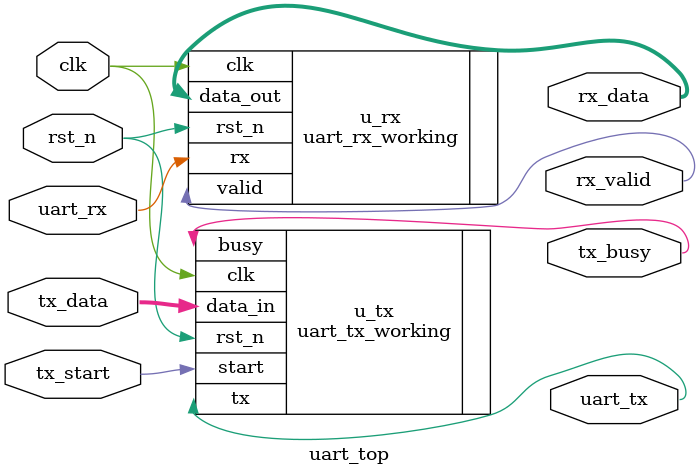
<source format=v>

module uart_top #(
    parameter CLKS_PER_BIT = 100  // System clock cycles per UART bit
                                   // Example: 1 MHz clock / 10 kbps = 100
                                   // Example: 50 MHz clock / 115200 bps = 434
) (
    // System signals
    input wire clk,
    input wire rst_n,

    // TX interface
    input wire [7:0] tx_data,
    input wire tx_start,
    output wire tx_busy,

    // RX interface
    output wire [7:0] rx_data,
    output wire rx_valid,

    // UART physical interface
    input wire uart_rx,
    output wire uart_tx
);

    // Instantiate TX module
    uart_tx_working #(
        .CLKS_PER_BIT(CLKS_PER_BIT)
    ) u_tx (
        .clk(clk),
        .rst_n(rst_n),
        .data_in(tx_data),
        .start(tx_start),
        .tx(uart_tx),
        .busy(tx_busy)
    );

    // Instantiate RX module
    uart_rx_working #(
        .CLKS_PER_BIT(CLKS_PER_BIT)
    ) u_rx (
        .clk(clk),
        .rst_n(rst_n),
        .rx(uart_rx),
        .data_out(rx_data),
        .valid(rx_valid)
    );

endmodule

</source>
